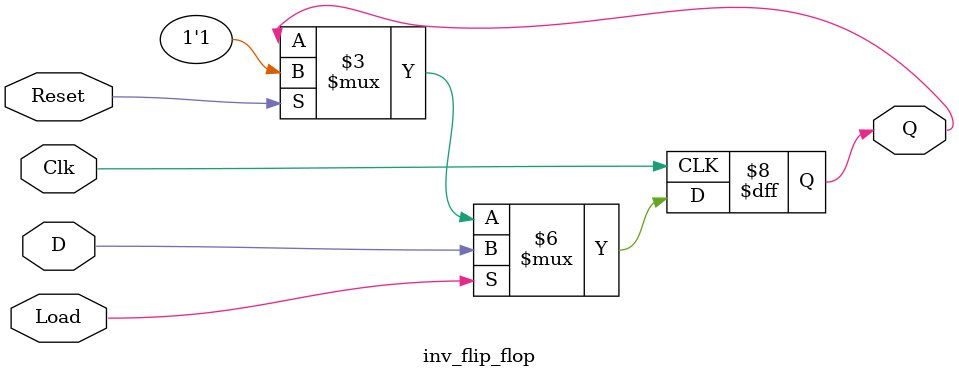
<source format=sv>
module flip_flop (
  input logic Clk, Load, Reset,
  input logic D,
  output logic Q
  );

    always_ff @ (posedge Clk) begin
        if (Load)
          Q <= D;
        else if (Reset)
          Q <= 0;
        else
          Q <= Q;
    end

endmodule

module inv_flip_flop (
  input logic Clk, Load, Reset,
  input logic D,
  output logic Q
  );

    always_ff @ (posedge Clk) begin
        if (Load)
          Q <= D;
        else if (Reset)
          Q <= 1;
        else
          Q <= Q;
    end

endmodule

</source>
